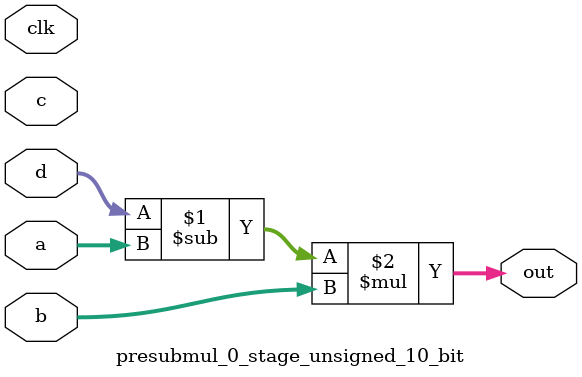
<source format=sv>
(* use_dsp = "yes" *) module presubmul_0_stage_unsigned_10_bit(
	input  [9:0] a,
	input  [9:0] b,
	input  [9:0] c,
	input  [9:0] d,
	output [9:0] out,
	input clk);

	assign out = (d - a) * b;
endmodule

</source>
